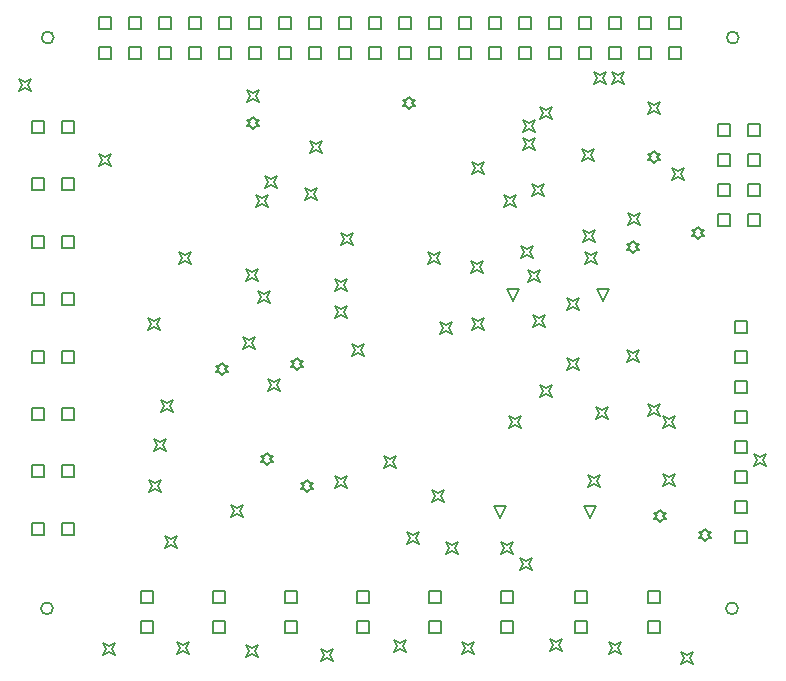
<source format=gbr>
G04*
G04 #@! TF.GenerationSoftware,Altium Limited,Altium Designer,23.2.1 (34)*
G04*
G04 Layer_Color=2752767*
%FSLAX25Y25*%
%MOIN*%
G70*
G04*
G04 #@! TF.SameCoordinates,168D8CC4-6B96-4916-8BE8-BBD7D9E71175*
G04*
G04*
G04 #@! TF.FilePolarity,Positive*
G04*
G01*
G75*
%ADD12C,0.00500*%
%ADD79C,0.00667*%
D12*
X242000Y222500D02*
Y226500D01*
X246000D01*
Y222500D01*
X242000D01*
X225573Y248320D02*
Y252320D01*
X229573D01*
Y248320D01*
X225573D01*
X175573Y258320D02*
Y262320D01*
X179573D01*
Y258320D01*
X175573D01*
X195573D02*
Y262320D01*
X199573D01*
Y258320D01*
X195573D01*
X155573Y248320D02*
Y252320D01*
X159573D01*
Y248320D01*
X155573D01*
X125573Y258320D02*
Y262320D01*
X129573D01*
Y258320D01*
X125573D01*
X95573D02*
Y262320D01*
X99573D01*
Y258320D01*
X95573D01*
X55573D02*
Y262320D01*
X59573D01*
Y258320D01*
X55573D01*
X75573Y248320D02*
Y252320D01*
X79573D01*
Y248320D01*
X75573D01*
X13071Y204408D02*
Y208408D01*
X17071D01*
Y204408D01*
X13071D01*
Y185265D02*
Y189265D01*
X17071D01*
Y185265D01*
X13071D01*
Y223551D02*
Y227551D01*
X17071D01*
Y223551D01*
X13071D01*
Y166122D02*
Y170122D01*
X17071D01*
Y166122D01*
X13071D01*
Y108694D02*
Y112694D01*
X17071D01*
Y108694D01*
X13071D01*
Y146979D02*
Y150979D01*
X17071D01*
Y146979D01*
X13071D01*
Y127836D02*
Y131836D01*
X17071D01*
Y127836D01*
X13071D01*
Y89551D02*
Y93551D01*
X17071D01*
Y89551D01*
X13071D01*
X35573Y248320D02*
Y252320D01*
X39573D01*
Y248320D01*
X35573D01*
Y258320D02*
Y262320D01*
X39573D01*
Y258320D01*
X35573D01*
X45573Y248320D02*
Y252320D01*
X49573D01*
Y248320D01*
X45573D01*
Y258320D02*
Y262320D01*
X49573D01*
Y258320D01*
X45573D01*
X55573Y248320D02*
Y252320D01*
X59573D01*
Y248320D01*
X55573D01*
X65573D02*
Y252320D01*
X69573D01*
Y248320D01*
X65573D01*
Y258320D02*
Y262320D01*
X69573D01*
Y258320D01*
X65573D01*
X75573D02*
Y262320D01*
X79573D01*
Y258320D01*
X75573D01*
X85573Y248320D02*
Y252320D01*
X89573D01*
Y248320D01*
X85573D01*
Y258320D02*
Y262320D01*
X89573D01*
Y258320D01*
X85573D01*
X95573Y248320D02*
Y252320D01*
X99573D01*
Y248320D01*
X95573D01*
X105573D02*
Y252320D01*
X109573D01*
Y248320D01*
X105573D01*
Y258320D02*
Y262320D01*
X109573D01*
Y258320D01*
X105573D01*
X115573Y248320D02*
Y252320D01*
X119573D01*
Y248320D01*
X115573D01*
Y258320D02*
Y262320D01*
X119573D01*
Y258320D01*
X115573D01*
X125573Y248320D02*
Y252320D01*
X129573D01*
Y248320D01*
X125573D01*
X135573D02*
Y252320D01*
X139573D01*
Y248320D01*
X135573D01*
Y258320D02*
Y262320D01*
X139573D01*
Y258320D01*
X135573D01*
X145573Y248320D02*
Y252320D01*
X149573D01*
Y248320D01*
X145573D01*
Y258320D02*
Y262320D01*
X149573D01*
Y258320D01*
X145573D01*
X155573D02*
Y262320D01*
X159573D01*
Y258320D01*
X155573D01*
X165573Y248320D02*
Y252320D01*
X169573D01*
Y248320D01*
X165573D01*
Y258320D02*
Y262320D01*
X169573D01*
Y258320D01*
X165573D01*
X175573Y248320D02*
Y252320D01*
X179573D01*
Y248320D01*
X175573D01*
X185573D02*
Y252320D01*
X189573D01*
Y248320D01*
X185573D01*
Y258320D02*
Y262320D01*
X189573D01*
Y258320D01*
X185573D01*
X195573Y248320D02*
Y252320D01*
X199573D01*
Y248320D01*
X195573D01*
X205573D02*
Y252320D01*
X209573D01*
Y248320D01*
X205573D01*
Y258320D02*
Y262320D01*
X209573D01*
Y258320D01*
X205573D01*
X215573Y248320D02*
Y252320D01*
X219573D01*
Y248320D01*
X215573D01*
Y258320D02*
Y262320D01*
X219573D01*
Y258320D01*
X215573D01*
X225573D02*
Y262320D01*
X229573D01*
Y258320D01*
X225573D01*
X247500Y87000D02*
Y91000D01*
X251500D01*
Y87000D01*
X247500D01*
Y97000D02*
Y101000D01*
X251500D01*
Y97000D01*
X247500D01*
Y107000D02*
Y111000D01*
X251500D01*
Y107000D01*
X247500D01*
Y117000D02*
Y121000D01*
X251500D01*
Y117000D01*
X247500D01*
Y127000D02*
Y131000D01*
X251500D01*
Y127000D01*
X247500D01*
Y137000D02*
Y141000D01*
X251500D01*
Y137000D01*
X247500D01*
Y147000D02*
Y151000D01*
X251500D01*
Y147000D01*
X247500D01*
Y157000D02*
Y161000D01*
X251500D01*
Y157000D01*
X247500D01*
X252000Y192500D02*
Y196500D01*
X256000D01*
Y192500D01*
X252000D01*
X242000D02*
Y196500D01*
X246000D01*
Y192500D01*
X242000D01*
X252000Y202500D02*
Y206500D01*
X256000D01*
Y202500D01*
X252000D01*
X242000D02*
Y206500D01*
X246000D01*
Y202500D01*
X242000D01*
X252000Y212500D02*
Y216500D01*
X256000D01*
Y212500D01*
X252000D01*
X242000D02*
Y216500D01*
X246000D01*
Y212500D01*
X242000D01*
X252000Y222500D02*
Y226500D01*
X256000D01*
Y222500D01*
X252000D01*
X169575Y56988D02*
Y60988D01*
X173575D01*
Y56988D01*
X169575D01*
Y66988D02*
Y70988D01*
X173575D01*
Y66988D01*
X169575D01*
X97650D02*
Y70988D01*
X101650D01*
Y66988D01*
X97650D01*
Y56988D02*
Y60988D01*
X101650D01*
Y56988D01*
X97650D01*
X49500Y66988D02*
Y70988D01*
X53500D01*
Y66988D01*
X49500D01*
Y56988D02*
Y60988D01*
X53500D01*
Y56988D01*
X49500D01*
X169110Y95051D02*
X167110Y99051D01*
X171110D01*
X169110Y95051D01*
X199110D02*
X197110Y99051D01*
X201110D01*
X199110Y95051D01*
X173500Y167500D02*
X171500Y171500D01*
X175500D01*
X173500Y167500D01*
X203500D02*
X201500Y171500D01*
X205500D01*
X203500Y167500D01*
X23071Y89551D02*
Y93551D01*
X27071D01*
Y89551D01*
X23071D01*
Y108694D02*
Y112694D01*
X27071D01*
Y108694D01*
X23071D01*
Y185265D02*
Y189265D01*
X27071D01*
Y185265D01*
X23071D01*
X218500Y66988D02*
Y70988D01*
X222500D01*
Y66988D01*
X218500D01*
Y56988D02*
Y60988D01*
X222500D01*
Y56988D01*
X218500D01*
X194075Y66988D02*
Y70988D01*
X198075D01*
Y66988D01*
X194075D01*
Y56988D02*
Y60988D01*
X198075D01*
Y56988D01*
X194075D01*
X145650Y66988D02*
Y70988D01*
X149650D01*
Y66988D01*
X145650D01*
Y56988D02*
Y60988D01*
X149650D01*
Y56988D01*
X145650D01*
X121650Y66988D02*
Y70988D01*
X125650D01*
Y66988D01*
X121650D01*
Y56988D02*
Y60988D01*
X125650D01*
Y56988D01*
X121650D01*
X73500Y66988D02*
Y70988D01*
X77500D01*
Y66988D01*
X73500D01*
Y56988D02*
Y60988D01*
X77500D01*
Y56988D01*
X73500D01*
X23071Y127836D02*
Y131836D01*
X27071D01*
Y127836D01*
X23071D01*
Y146979D02*
Y150979D01*
X27071D01*
Y146979D01*
X23071D01*
Y204408D02*
Y208408D01*
X27071D01*
Y204408D01*
X23071D01*
Y223551D02*
Y227551D01*
X27071D01*
Y223551D01*
X23071D01*
Y166122D02*
Y170122D01*
X27071D01*
Y166122D01*
X23071D01*
X109500Y47500D02*
X110500Y49500D01*
X109500Y51500D01*
X111500Y50500D01*
X113500Y51500D01*
X112500Y49500D01*
X113500Y47500D01*
X111500Y48500D01*
X109500Y47500D01*
X213500Y183500D02*
X214500Y184500D01*
X215500D01*
X214500Y185500D01*
X215500Y186500D01*
X214500D01*
X213500Y187500D01*
X212500Y186500D01*
X211500D01*
X212500Y185500D01*
X211500Y184500D01*
X212500D01*
X213500Y183500D01*
X220500Y213500D02*
X221500Y214500D01*
X222500D01*
X221500Y215500D01*
X222500Y216500D01*
X221500D01*
X220500Y217500D01*
X219500Y216500D01*
X218500D01*
X219500Y215500D01*
X218500Y214500D01*
X219500D01*
X220500Y213500D01*
X235035Y188091D02*
X236035Y189091D01*
X237035D01*
X236035Y190091D01*
X237035Y191091D01*
X236035D01*
X235035Y192090D01*
X234035Y191091D01*
X233035D01*
X234035Y190091D01*
X233035Y189091D01*
X234035D01*
X235035Y188091D01*
X101500Y144500D02*
X102500Y145500D01*
X103500D01*
X102500Y146500D01*
X103500Y147500D01*
X102500D01*
X101500Y148500D01*
X100500Y147500D01*
X99500D01*
X100500Y146500D01*
X99500Y145500D01*
X100500D01*
X101500Y144500D01*
X76500Y143000D02*
X77500Y144000D01*
X78500D01*
X77500Y145000D01*
X78500Y146000D01*
X77500D01*
X76500Y147000D01*
X75500Y146000D01*
X74500D01*
X75500Y145000D01*
X74500Y144000D01*
X75500D01*
X76500Y143000D01*
X87000Y225000D02*
X88000Y226000D01*
X89000D01*
X88000Y227000D01*
X89000Y228000D01*
X88000D01*
X87000Y229000D01*
X86000Y228000D01*
X85000D01*
X86000Y227000D01*
X85000Y226000D01*
X86000D01*
X87000Y225000D01*
X222500Y94000D02*
X223500Y95000D01*
X224500D01*
X223500Y96000D01*
X224500Y97000D01*
X223500D01*
X222500Y98000D01*
X221500Y97000D01*
X220500D01*
X221500Y96000D01*
X220500Y95000D01*
X221500D01*
X222500Y94000D01*
X139000Y231500D02*
X140000Y232500D01*
X141000D01*
X140000Y233500D01*
X141000Y234500D01*
X140000D01*
X139000Y235500D01*
X138000Y234500D01*
X137000D01*
X138000Y233500D01*
X137000Y232500D01*
X138000D01*
X139000Y231500D01*
X105000Y104000D02*
X106000Y105000D01*
X107000D01*
X106000Y106000D01*
X107000Y107000D01*
X106000D01*
X105000Y108000D01*
X104000Y107000D01*
X103000D01*
X104000Y106000D01*
X103000Y105000D01*
X104000D01*
X105000Y104000D01*
X237500Y87500D02*
X238500Y88500D01*
X239500D01*
X238500Y89500D01*
X239500Y90500D01*
X238500D01*
X237500Y91500D01*
X236500Y90500D01*
X235500D01*
X236500Y89500D01*
X235500Y88500D01*
X236500D01*
X237500Y87500D01*
X91500Y113000D02*
X92500Y114000D01*
X93500D01*
X92500Y115000D01*
X93500Y116000D01*
X92500D01*
X91500Y117000D01*
X90500Y116000D01*
X89500D01*
X90500Y115000D01*
X89500Y114000D01*
X90500D01*
X91500Y113000D01*
X92000Y137500D02*
X93000Y139500D01*
X92000Y141500D01*
X94000Y140500D01*
X96000Y141500D01*
X95000Y139500D01*
X96000Y137500D01*
X94000Y138500D01*
X92000Y137500D01*
X177000Y218000D02*
X178000Y220000D01*
X177000Y222000D01*
X179000Y221000D01*
X181000Y222000D01*
X180000Y220000D01*
X181000Y218000D01*
X179000Y219000D01*
X177000Y218000D01*
X226500Y208000D02*
X227500Y210000D01*
X226500Y212000D01*
X228500Y211000D01*
X230500Y212000D01*
X229500Y210000D01*
X230500Y208000D01*
X228500Y209000D01*
X226500Y208000D01*
X88002Y198800D02*
X89002Y200800D01*
X88002Y202800D01*
X90002Y201800D01*
X92002Y202800D01*
X91002Y200800D01*
X92002Y198800D01*
X90002Y199800D01*
X88002Y198800D01*
X52000Y158000D02*
X53000Y160000D01*
X52000Y162000D01*
X54000Y161000D01*
X56000Y162000D01*
X55000Y160000D01*
X56000Y158000D01*
X54000Y159000D01*
X52000Y158000D01*
X180051Y158905D02*
X181051Y160905D01*
X180051Y162905D01*
X182051Y161905D01*
X184051Y162905D01*
X183051Y160905D01*
X184051Y158905D01*
X182051Y159905D01*
X180051Y158905D01*
X83547Y151441D02*
X84547Y153441D01*
X83547Y155441D01*
X85547Y154441D01*
X87547Y155441D01*
X86547Y153441D01*
X87547Y151441D01*
X85547Y152441D01*
X83547Y151441D01*
X160000Y158000D02*
X161000Y160000D01*
X160000Y162000D01*
X162000Y161000D01*
X164000Y162000D01*
X163000Y160000D01*
X164000Y158000D01*
X162000Y159000D01*
X160000Y158000D01*
X179772Y202500D02*
X180772Y204500D01*
X179772Y206500D01*
X181772Y205500D01*
X183772Y206500D01*
X182772Y204500D01*
X183772Y202500D01*
X181772Y203500D01*
X179772Y202500D01*
X35600Y212500D02*
X36600Y214500D01*
X35600Y216500D01*
X37600Y215500D01*
X39600Y216500D01*
X38600Y214500D01*
X39600Y212500D01*
X37600Y213500D01*
X35600Y212500D01*
X9000Y237600D02*
X10000Y239600D01*
X9000Y241600D01*
X11000Y240600D01*
X13000Y241600D01*
X12000Y239600D01*
X13000Y237600D01*
X11000Y238600D01*
X9000Y237600D01*
X160000Y210000D02*
X161000Y212000D01*
X160000Y214000D01*
X162000Y213000D01*
X164000Y214000D01*
X163000Y212000D01*
X164000Y210000D01*
X162000Y211000D01*
X160000Y210000D01*
X52169Y103980D02*
X53169Y105980D01*
X52169Y107980D01*
X54169Y106980D01*
X56169Y107980D01*
X55169Y105980D01*
X56169Y103980D01*
X54169Y104980D01*
X52169Y103980D01*
X79571Y95598D02*
X80571Y97598D01*
X79571Y99598D01*
X81571Y98598D01*
X83571Y99598D01*
X82571Y97598D01*
X83571Y95598D01*
X81571Y96598D01*
X79571Y95598D01*
X56208Y130480D02*
X57208Y132480D01*
X56208Y134480D01*
X58208Y133480D01*
X60208Y134480D01*
X59208Y132480D01*
X60208Y130480D01*
X58208Y131480D01*
X56208Y130480D01*
X84571Y174169D02*
X85571Y176169D01*
X84571Y178169D01*
X86571Y177169D01*
X88571Y178169D01*
X87571Y176169D01*
X88571Y174169D01*
X86571Y175169D01*
X84571Y174169D01*
X218500Y129122D02*
X219500Y131122D01*
X218500Y133122D01*
X220500Y132122D01*
X222500Y133122D01*
X221500Y131122D01*
X222500Y129122D01*
X220500Y130122D01*
X218500Y129122D01*
X182500Y228181D02*
X183500Y230181D01*
X182500Y232181D01*
X184500Y231181D01*
X186500Y232181D01*
X185500Y230181D01*
X186500Y228181D01*
X184500Y229181D01*
X182500Y228181D01*
X176685Y224000D02*
X177685Y226000D01*
X176685Y228000D01*
X178685Y227000D01*
X180685Y228000D01*
X179685Y226000D01*
X180685Y224000D01*
X178685Y225000D01*
X176685Y224000D01*
X84679Y233779D02*
X85679Y235779D01*
X84679Y237779D01*
X86679Y236779D01*
X88679Y237779D01*
X87679Y235779D01*
X88679Y233779D01*
X86679Y234779D01*
X84679Y233779D01*
X206600Y239800D02*
X207600Y241800D01*
X206600Y243800D01*
X208600Y242800D01*
X210600Y243800D01*
X209600Y241800D01*
X210600Y239800D01*
X208600Y240800D01*
X206600Y239800D01*
X212000Y192800D02*
X213000Y194800D01*
X212000Y196800D01*
X214000Y195800D01*
X216000Y196800D01*
X215000Y194800D01*
X216000Y192800D01*
X214000Y193800D01*
X212000Y192800D01*
X218500Y230000D02*
X219500Y232000D01*
X218500Y234000D01*
X220500Y233000D01*
X222500Y234000D01*
X221500Y232000D01*
X222500Y230000D01*
X220500Y231000D01*
X218500Y230000D01*
X120000Y149161D02*
X121000Y151161D01*
X120000Y153161D01*
X122000Y152161D01*
X124000Y153161D01*
X123000Y151161D01*
X124000Y149161D01*
X122000Y150161D01*
X120000Y149161D01*
X223500Y105700D02*
X224500Y107700D01*
X223500Y109700D01*
X225500Y108700D01*
X227500Y109700D01*
X226500Y107700D01*
X227500Y105700D01*
X225500Y106700D01*
X223500Y105700D01*
Y125100D02*
X224500Y127100D01*
X223500Y129100D01*
X225500Y128100D01*
X227500Y129100D01*
X226500Y127100D01*
X227500Y125100D01*
X225500Y126100D01*
X223500Y125100D01*
X175720Y78000D02*
X176720Y80000D01*
X175720Y82000D01*
X177720Y81000D01*
X179720Y82000D01*
X178720Y80000D01*
X179720Y78000D01*
X177720Y79000D01*
X175720Y78000D01*
X254000Y112500D02*
X255000Y114500D01*
X254000Y116500D01*
X256000Y115500D01*
X258000Y116500D01*
X257000Y114500D01*
X258000Y112500D01*
X256000Y113500D01*
X254000Y112500D01*
X149100Y156600D02*
X150100Y158600D01*
X149100Y160600D01*
X151100Y159600D01*
X153100Y160600D01*
X152100Y158600D01*
X153100Y156600D01*
X151100Y157600D01*
X149100Y156600D01*
X186000Y51000D02*
X187000Y53000D01*
X186000Y55000D01*
X188000Y54000D01*
X190000Y55000D01*
X189000Y53000D01*
X190000Y51000D01*
X188000Y52000D01*
X186000Y51000D01*
X156500Y50000D02*
X157500Y52000D01*
X156500Y54000D01*
X158500Y53000D01*
X160500Y54000D01*
X159500Y52000D01*
X160500Y50000D01*
X158500Y51000D01*
X156500Y50000D01*
X84500Y49000D02*
X85500Y51000D01*
X84500Y53000D01*
X86500Y52000D01*
X88500Y53000D01*
X87500Y51000D01*
X88500Y49000D01*
X86500Y50000D01*
X84500Y49000D01*
X134000Y50500D02*
X135000Y52500D01*
X134000Y54500D01*
X136000Y53500D01*
X138000Y54500D01*
X137000Y52500D01*
X138000Y50500D01*
X136000Y51500D01*
X134000Y50500D01*
X191500Y164500D02*
X192500Y166500D01*
X191500Y168500D01*
X193500Y167500D01*
X195500Y168500D01*
X194500Y166500D01*
X195500Y164500D01*
X193500Y165500D01*
X191500Y164500D01*
X197500Y179900D02*
X198500Y181900D01*
X197500Y183900D01*
X199500Y182900D01*
X201500Y183900D01*
X200500Y181900D01*
X201500Y179900D01*
X199500Y180900D01*
X197500Y179900D01*
X211500Y147206D02*
X212500Y149206D01*
X211500Y151206D01*
X213500Y150206D01*
X215500Y151206D01*
X214500Y149206D01*
X215500Y147206D01*
X213500Y148206D01*
X211500Y147206D01*
X88600Y166900D02*
X89600Y168900D01*
X88600Y170900D01*
X90600Y169900D01*
X92600Y170900D01*
X91600Y168900D01*
X92600Y166900D01*
X90600Y167900D01*
X88600Y166900D01*
X90800Y205100D02*
X91800Y207100D01*
X90800Y209100D01*
X92800Y208100D01*
X94800Y209100D01*
X93800Y207100D01*
X94800Y205100D01*
X92800Y206100D01*
X90800Y205100D01*
X54000Y117500D02*
X55000Y119500D01*
X54000Y121500D01*
X56000Y120500D01*
X58000Y121500D01*
X57000Y119500D01*
X58000Y117500D01*
X56000Y118500D01*
X54000Y117500D01*
X57500Y85300D02*
X58500Y87300D01*
X57500Y89300D01*
X59500Y88300D01*
X61500Y89300D01*
X60500Y87300D01*
X61500Y85300D01*
X59500Y86300D01*
X57500Y85300D01*
X138300Y86400D02*
X139300Y88400D01*
X138300Y90400D01*
X140300Y89400D01*
X142300Y90400D01*
X141300Y88400D01*
X142300Y86400D01*
X140300Y87400D01*
X138300Y86400D01*
X146500Y100400D02*
X147500Y102400D01*
X146500Y104400D01*
X148500Y103400D01*
X150500Y104400D01*
X149500Y102400D01*
X150500Y100400D01*
X148500Y101400D01*
X146500Y100400D01*
X205500Y50000D02*
X206500Y52000D01*
X205500Y54000D01*
X207500Y53000D01*
X209500Y54000D01*
X208500Y52000D01*
X209500Y50000D01*
X207500Y51000D01*
X205500Y50000D01*
X170400Y198800D02*
X171400Y200800D01*
X170400Y202800D01*
X172400Y201800D01*
X174400Y202800D01*
X173400Y200800D01*
X174400Y198800D01*
X172400Y199800D01*
X170400Y198800D01*
X62300Y179800D02*
X63300Y181800D01*
X62300Y183800D01*
X64300Y182800D01*
X66300Y183800D01*
X65300Y181800D01*
X66300Y179800D01*
X64300Y180800D01*
X62300Y179800D01*
X114100Y105300D02*
X115100Y107300D01*
X114100Y109300D01*
X116100Y108300D01*
X118100Y109300D01*
X117100Y107300D01*
X118100Y105300D01*
X116100Y106300D01*
X114100Y105300D01*
Y162000D02*
X115100Y164000D01*
X114100Y166000D01*
X116100Y165000D01*
X118100Y166000D01*
X117100Y164000D01*
X118100Y162000D01*
X116100Y163000D01*
X114100Y162000D01*
X37000Y49500D02*
X38000Y51500D01*
X37000Y53500D01*
X39000Y52500D01*
X41000Y53500D01*
X40000Y51500D01*
X41000Y49500D01*
X39000Y50500D01*
X37000Y49500D01*
X61500Y50000D02*
X62500Y52000D01*
X61500Y54000D01*
X63500Y53000D01*
X65500Y54000D01*
X64500Y52000D01*
X65500Y50000D01*
X63500Y51000D01*
X61500Y50000D01*
X229500Y46500D02*
X230500Y48500D01*
X229500Y50500D01*
X231500Y49500D01*
X233500Y50500D01*
X232500Y48500D01*
X233500Y46500D01*
X231500Y47500D01*
X229500Y46500D01*
X106000Y216716D02*
X107000Y218716D01*
X106000Y220716D01*
X108000Y219716D01*
X110000Y220716D01*
X109000Y218716D01*
X110000Y216716D01*
X108000Y217716D01*
X106000Y216716D01*
X104100Y201100D02*
X105100Y203100D01*
X104100Y205100D01*
X106100Y204100D01*
X108100Y205100D01*
X107100Y203100D01*
X108100Y201100D01*
X106100Y202100D01*
X104100Y201100D01*
X151200Y83039D02*
X152200Y85039D01*
X151200Y87039D01*
X153200Y86039D01*
X155200Y87039D01*
X154200Y85039D01*
X155200Y83039D01*
X153200Y84039D01*
X151200Y83039D01*
X130500Y112000D02*
X131500Y114000D01*
X130500Y116000D01*
X132500Y115000D01*
X134500Y116000D01*
X133500Y114000D01*
X134500Y112000D01*
X132500Y113000D01*
X130500Y112000D01*
X169400Y83039D02*
X170400Y85039D01*
X169400Y87039D01*
X171400Y86039D01*
X173400Y87039D01*
X172400Y85039D01*
X173400Y83039D01*
X171400Y84039D01*
X169400Y83039D01*
X172100Y125100D02*
X173100Y127100D01*
X172100Y129100D01*
X174100Y128100D01*
X176100Y129100D01*
X175100Y127100D01*
X176100Y125100D01*
X174100Y126100D01*
X172100Y125100D01*
X182500Y135600D02*
X183500Y137600D01*
X182500Y139600D01*
X184500Y138600D01*
X186500Y139600D01*
X185500Y137600D01*
X186500Y135600D01*
X184500Y136600D01*
X182500Y135600D01*
X191400Y144500D02*
X192400Y146500D01*
X191400Y148500D01*
X193400Y147500D01*
X195400Y148500D01*
X194400Y146500D01*
X195400Y144500D01*
X193400Y145500D01*
X191400Y144500D01*
X145200Y179900D02*
X146200Y181900D01*
X145200Y183900D01*
X147200Y182900D01*
X149200Y183900D01*
X148200Y181900D01*
X149200Y179900D01*
X147200Y180900D01*
X145200Y179900D01*
X159500Y176800D02*
X160500Y178800D01*
X159500Y180800D01*
X161500Y179800D01*
X163500Y180800D01*
X162500Y178800D01*
X163500Y176800D01*
X161500Y177800D01*
X159500Y176800D01*
X176200Y182000D02*
X177200Y184000D01*
X176200Y186000D01*
X178200Y185000D01*
X180200Y186000D01*
X179200Y184000D01*
X180200Y182000D01*
X178200Y183000D01*
X176200Y182000D01*
X178600Y174000D02*
X179600Y176000D01*
X178600Y178000D01*
X180600Y177000D01*
X182600Y178000D01*
X181600Y176000D01*
X182600Y174000D01*
X180600Y175000D01*
X178600Y174000D01*
X116100Y186300D02*
X117100Y188300D01*
X116100Y190300D01*
X118100Y189300D01*
X120100Y190300D01*
X119100Y188300D01*
X120100Y186300D01*
X118100Y187300D01*
X116100Y186300D01*
X114100Y170700D02*
X115100Y172700D01*
X114100Y174700D01*
X116100Y173700D01*
X118100Y174700D01*
X117100Y172700D01*
X118100Y170700D01*
X116100Y171700D01*
X114100Y170700D01*
X196522Y214322D02*
X197522Y216322D01*
X196522Y218322D01*
X198522Y217322D01*
X200522Y218322D01*
X199522Y216322D01*
X200522Y214322D01*
X198522Y215322D01*
X196522Y214322D01*
X196700Y187100D02*
X197700Y189100D01*
X196700Y191100D01*
X198700Y190100D01*
X200700Y191100D01*
X199700Y189100D01*
X200700Y187100D01*
X198700Y188100D01*
X196700Y187100D01*
X198640Y105623D02*
X199640Y107623D01*
X198640Y109623D01*
X200640Y108623D01*
X202640Y109623D01*
X201640Y107623D01*
X202640Y105623D01*
X200640Y106623D01*
X198640Y105623D01*
X201200Y128300D02*
X202200Y130300D01*
X201200Y132300D01*
X203200Y131300D01*
X205200Y132300D01*
X204200Y130300D01*
X205200Y128300D01*
X203200Y129300D01*
X201200Y128300D01*
X200600Y239900D02*
X201600Y241900D01*
X200600Y243900D01*
X202600Y242900D01*
X204600Y243900D01*
X203600Y241900D01*
X204600Y239900D01*
X202600Y240900D01*
X200600Y239900D01*
D79*
X20400Y255320D02*
G03*
X20400Y255320I-2000J0D01*
G01*
X248746D02*
G03*
X248746Y255320I-2000J0D01*
G01*
X248500Y65051D02*
G03*
X248500Y65051I-2000J0D01*
G01*
X20154D02*
G03*
X20154Y65051I-2000J0D01*
G01*
M02*

</source>
